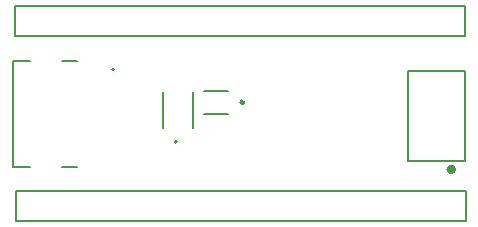
<source format=gto>
G04*
G04 #@! TF.GenerationSoftware,Altium Limited,Altium Designer,20.1.10 (176)*
G04*
G04 Layer_Color=65535*
%FSLAX25Y25*%
%MOIN*%
G70*
G04*
G04 #@! TF.SameCoordinates,773EA745-F9F6-403D-839C-D9EBE2D74CCE*
G04*
G04*
G04 #@! TF.FilePolarity,Positive*
G04*
G01*
G75*
%ADD10C,0.01181*%
%ADD11C,0.00787*%
%ADD12C,0.01575*%
%ADD13C,0.00500*%
D10*
X187716Y135500D02*
G03*
X187716Y135500I-394J0D01*
G01*
D11*
X165606Y122370D02*
G03*
X165606Y122370I-394J0D01*
G01*
X144705Y146500D02*
G03*
X144705Y146500I-394J0D01*
G01*
X127382Y114020D02*
X132146D01*
X127382Y149216D02*
X132146D01*
X110807Y114020D02*
X116673D01*
X110807D02*
Y149216D01*
X116673D01*
D12*
X257787Y113126D02*
G03*
X257787Y113126I-787J0D01*
G01*
D13*
X111500Y167500D02*
X261500D01*
X111500Y157500D02*
Y167500D01*
Y157500D02*
X261500D01*
Y167500D01*
X174724Y131583D02*
X182598D01*
X174724Y139417D02*
X182598D01*
X112000Y96000D02*
X262000D01*
Y106000D01*
X112000D02*
X262000D01*
X112000Y96000D02*
Y106000D01*
X170921Y127094D02*
Y138906D01*
X161079Y127094D02*
Y138906D01*
X261508Y116000D02*
Y146000D01*
X242492D02*
X261508D01*
X242492Y116000D02*
Y146000D01*
Y116000D02*
X261508D01*
M02*

</source>
